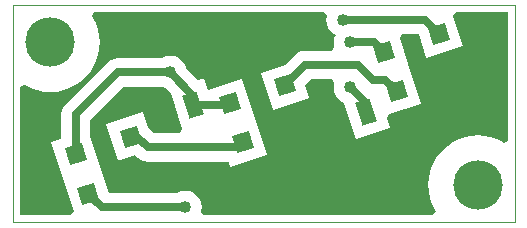
<source format=gtl>
%FSLAX25Y25*%
%MOIN*%
G70*
G01*
G75*
G04 Layer_Physical_Order=1*
G04 Layer_Color=255*
%ADD10P,0.08352X4X243.0*%
G04:AMPARAMS|DCode=11|XSize=80mil|YSize=50mil|CornerRadius=0mil|HoleSize=0mil|Usage=FLASHONLY|Rotation=288.000|XOffset=0mil|YOffset=0mil|HoleType=Round|Shape=Rectangle|*
%AMROTATEDRECTD11*
4,1,4,-0.03614,0.03032,0.01142,0.04577,0.03614,-0.03032,-0.01142,-0.04577,-0.03614,0.03032,0.0*
%
%ADD11ROTATEDRECTD11*%

%ADD12C,0.02500*%
%ADD13C,0.05000*%
%ADD14C,0.00100*%
%ADD15C,0.16500*%
%ADD16C,0.04000*%
G36*
X465000Y427254D02*
X463677Y426546D01*
X463268Y426820D01*
X461328Y427777D01*
X459280Y428472D01*
X457158Y428894D01*
X455000Y429035D01*
X452842Y428894D01*
X450720Y428472D01*
X448672Y427777D01*
X446732Y426820D01*
X444934Y425618D01*
X443308Y424192D01*
X441882Y422566D01*
X440680Y420768D01*
X439723Y418828D01*
X439028Y416780D01*
X438606Y414658D01*
X438465Y412500D01*
X438606Y410342D01*
X439028Y408220D01*
X439723Y406172D01*
X440680Y404232D01*
X440953Y403823D01*
X440246Y402500D01*
X363856D01*
X362867Y403628D01*
X363048Y405000D01*
X362858Y406436D01*
X362304Y407774D01*
X361423Y408923D01*
X360274Y409804D01*
X358936Y410358D01*
X357500Y410547D01*
X356064Y410358D01*
X354726Y409804D01*
X354709Y409791D01*
X331967D01*
X329456Y417520D01*
X329456Y417520D01*
X329456D01*
X329398Y417698D01*
X329128Y418529D01*
D01*
D01*
D01*
D01*
X329128Y418529D01*
D01*
D01*
X329128D01*
X325788Y428808D01*
Y434013D01*
X336984Y445209D01*
X349709D01*
X349726Y445196D01*
X351064Y444642D01*
X351086Y444639D01*
X352669Y443055D01*
X356585Y431004D01*
X355703Y429791D01*
X346985D01*
X345161Y431615D01*
X343487Y436764D01*
X331214Y432776D01*
X335202Y420502D01*
X340878Y422347D01*
X341612Y421612D01*
X342604Y420851D01*
X343760Y420372D01*
X345000Y420209D01*
X371969D01*
X372513Y418536D01*
X384786Y422524D01*
X380798Y434798D01*
X380798Y434798D01*
X380798D01*
X380528Y435629D01*
X380471Y435807D01*
X380471Y435807D01*
X380471D01*
X376540Y447903D01*
X364937Y444133D01*
X363619Y448187D01*
X361709Y447566D01*
X357861Y451414D01*
X357858Y451436D01*
X357304Y452774D01*
X356423Y453923D01*
X355274Y454804D01*
X353936Y455358D01*
X352500Y455548D01*
X351064Y455358D01*
X349726Y454804D01*
X349709Y454791D01*
X335000D01*
X333760Y454628D01*
X332943Y454289D01*
X332605Y454149D01*
X331612Y453388D01*
X317610Y439385D01*
X316848Y438393D01*
X316370Y437237D01*
X316206Y435997D01*
Y427900D01*
X312866Y426815D01*
X316797Y414718D01*
X316797Y414718D01*
X316797D01*
X316854Y414541D01*
X317125Y413710D01*
Y413710D01*
X317125Y413710D01*
Y413710D01*
D01*
X320373Y403714D01*
X319491Y402500D01*
X302500D01*
Y445246D01*
X303823Y445954D01*
X304232Y445680D01*
X306172Y444723D01*
X308220Y444028D01*
X310342Y443606D01*
X312500Y443465D01*
X314658Y443606D01*
X316780Y444028D01*
X318828Y444723D01*
X320768Y445680D01*
X322566Y446882D01*
X324192Y448308D01*
X325618Y449934D01*
X326820Y451732D01*
X327777Y453672D01*
X328472Y455720D01*
X328894Y457842D01*
X329035Y460000D01*
X328894Y462158D01*
X328472Y464280D01*
X327777Y466328D01*
X326820Y468268D01*
X326547Y468677D01*
X327254Y470000D01*
X403644D01*
X404633Y468872D01*
X404453Y467500D01*
X404642Y466064D01*
X405196Y464726D01*
X406077Y463577D01*
X407226Y462696D01*
X407599Y462541D01*
X407142Y461436D01*
X406952Y460000D01*
X407142Y458564D01*
X407152Y458538D01*
X406319Y457291D01*
X397511D01*
X396271Y457128D01*
X395116Y456649D01*
X394124Y455888D01*
X390758Y452523D01*
X382614Y449876D01*
X386602Y437602D01*
X398875Y441590D01*
X397527Y445740D01*
X399496Y447709D01*
X406319D01*
X407152Y446462D01*
X407142Y446436D01*
X406952Y445000D01*
X407142Y443564D01*
X407696Y442226D01*
X408577Y441077D01*
X409726Y440196D01*
X410373Y439928D01*
X414342Y427713D01*
X425755Y431421D01*
X424658Y434795D01*
X425339Y436132D01*
X436086Y439624D01*
X432156Y451720D01*
X432156Y451720D01*
X432156D01*
X432098Y451898D01*
X431828Y452729D01*
D01*
X431828Y452729D01*
D01*
X428980Y461495D01*
X429862Y462709D01*
X435300D01*
X437902Y454702D01*
X450176Y458690D01*
X446895Y468786D01*
X447777Y470000D01*
X465000D01*
Y427254D01*
D02*
G37*
D10*
X442044Y462833D02*
D03*
X446303Y449728D02*
D03*
X423697Y456872D02*
D03*
X427955Y443767D02*
D03*
X390744Y445733D02*
D03*
X395003Y432628D02*
D03*
X372397Y439772D02*
D03*
X376656Y426667D02*
D03*
X339345Y428633D02*
D03*
X343603Y415528D02*
D03*
X320997Y422672D02*
D03*
X325255Y409567D02*
D03*
D11*
X407269Y433300D02*
D03*
X417731Y436700D02*
D03*
X349769Y435800D02*
D03*
X360231Y439200D02*
D03*
D12*
X339345Y428633D02*
X341367D01*
X345000Y425000D01*
X374989D01*
X376656Y426667D01*
X437378Y467500D02*
X442044Y462833D01*
X410000Y467500D02*
X437378D01*
X360231Y439200D02*
Y442269D01*
X420000Y447500D02*
X424222D01*
X427955Y443767D01*
X415000Y452500D02*
X420000Y447500D01*
X390744Y445733D02*
X397511Y452500D01*
X415000D01*
X417731Y436700D02*
Y439769D01*
X412500Y445000D02*
X417731Y439769D01*
X325255Y409567D02*
X329822Y405000D01*
X357500D01*
X320997Y422672D02*
Y435997D01*
X335000Y450000D01*
X352500D02*
X360231Y442269D01*
X335000Y450000D02*
X352500D01*
X412500Y460000D02*
X420569D01*
X423697Y456872D01*
X360231Y439200D02*
X371825D01*
X372397Y439772D01*
D13*
X395003Y432628D02*
X406597D01*
X407269Y433300D01*
Y430231D02*
Y433300D01*
Y430231D02*
X412500Y425000D01*
X446303Y436303D02*
Y449728D01*
X435000Y425000D02*
X446303Y436303D01*
X343603Y415528D02*
X354472D01*
X355000Y415000D01*
X349200Y435800D02*
X349769D01*
X342500Y442500D02*
X349200Y435800D01*
X412500Y425000D02*
X435000D01*
D14*
X300000Y400000D02*
Y472400D01*
X467300D01*
Y400000D02*
Y472400D01*
X300000Y400000D02*
X467300D01*
D15*
X455000Y412500D02*
D03*
X312500Y460000D02*
D03*
D16*
X352500Y450000D02*
D03*
X354472Y415528D02*
D03*
X357500Y405000D02*
D03*
X410000Y467500D02*
D03*
X412500Y445000D02*
D03*
Y460000D02*
D03*
X342500Y442500D02*
D03*
X417500Y425000D02*
D03*
M02*

</source>
